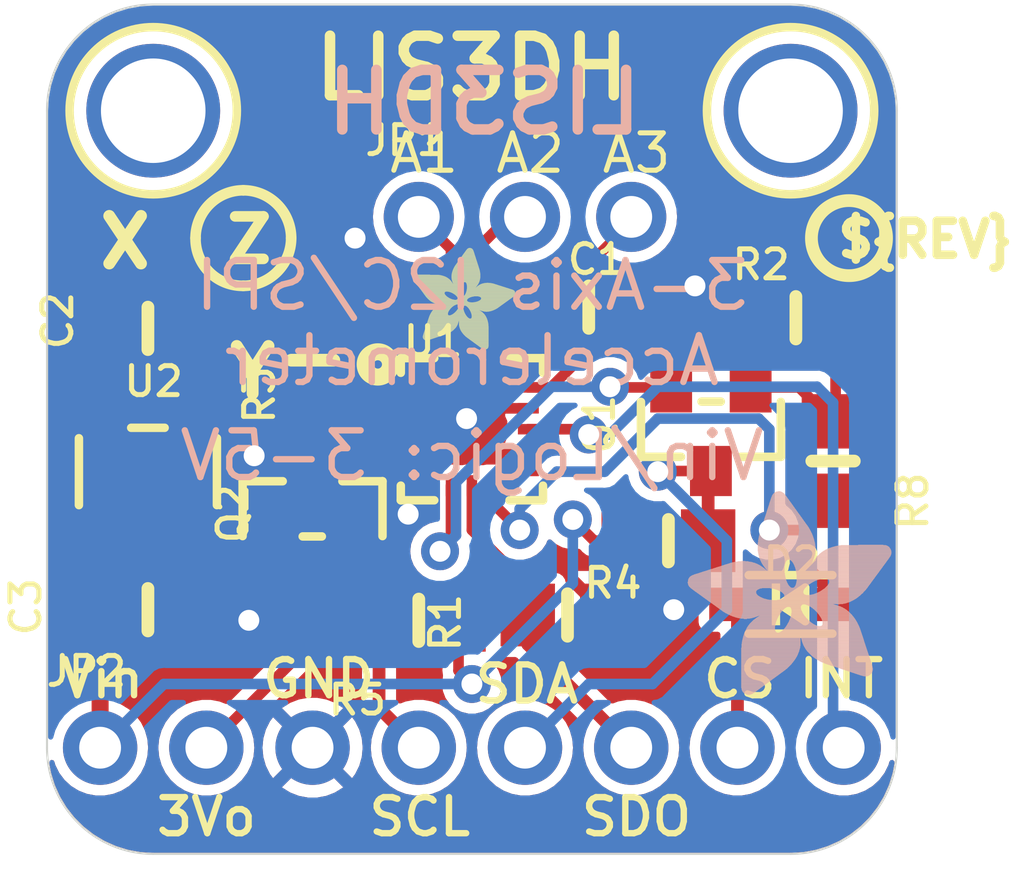
<source format=kicad_pcb>
(kicad_pcb (version 20221018) (generator pcbnew)
  (layers (0 "F.Cu" signal) (31 "B.Cu" signal) (34 "B.Paste" user) (35 "F.Paste" user) (36 "B.SilkS" user "B.Silkscreen") (37 "F.SilkS" user "F.Silkscreen") (38 "B.Mask" user) (39 "F.Mask" user) (44 "Edge.Cuts" user))
  (net 0 "")
  (net 1 "GND")
  (net 2 "3.3V")
  (net 3 "CS")
  (net 4 "VIN")
  (net 5 "SDA_3.3V")
  (net 6 "SCL_3.3V")
  (net 7 "SDA")
  (net 8 "SCL")
  (net 9 "N$2")
  (net 10 "INT1")
  (net 11 "SDO")
  (net 12 "ADC1")
  (net 13 "ADC2")
  (net 14 "ADC3")
  (footprint "working:1X03_ROUND" (layer "F.Cu") (at 149.7711 99.9236)
    (fp_text reference "JP1" (at -3.8862 -1.8288) (layer "F.SilkS") (effects (font (size 0.692831 0.692831) (thickness 0.119969)) (justify left)))
    (fp_text value "")
    (pad "1" thru_hole circle (at -2.54 0 90) (size 1.6764 1.6764) (drill 1) (layers "*.Cu" "*.Mask") (net 12 "ADC1"))
    (pad "2" thru_hole circle (at 0 0 90) (size 1.6764 1.6764) (drill 1) (layers "*.Cu" "*.Mask") (net 13 "ADC2"))
    (pad "3" thru_hole circle (at 2.54 0 90) (size 1.6764 1.6764) (drill 1) (layers "*.Cu" "*.Mask") (net 14 "ADC3"))
  )
  (footprint "working:0805-NO" (layer "F.Cu") (at 144.6911 103.3526 90)
    (fp_text reference "R3" (at -1.5875 -1.27 90) (layer "F.SilkS") (effects (font (size 0.692831 0.692831) (thickness 0.119969)) (justify left)))
    (fp_text value "10K")
    (pad "1" smd rect (at -0.95 0 90) (size 1.3 1.5) (layers "F.Cu" "F.Paste" "F.Mask") (net 6 "SCL_3.3V"))
    (pad "2" smd rect (at 0.95 0 90) (size 1.3 1.5) (layers "F.Cu" "F.Paste" "F.Mask") (net 2 "3.3V"))
  )
  (footprint "working:0805-NO" (layer "F.Cu") (at 156.2481 102.3366)
    (fp_text reference "R2" (at -1.5875 -1.27) (layer "F.SilkS") (effects (font (size 0.692831 0.692831) (thickness 0.119969)) (justify left)))
    (fp_text value "10K")
    (pad "1" smd rect (at -0.95 0) (size 1.3 1.5) (layers "F.Cu" "F.Paste" "F.Mask") (net 5 "SDA_3.3V"))
    (pad "2" smd rect (at 0.95 0) (size 1.3 1.5) (layers "F.Cu" "F.Paste" "F.Mask") (net 2 "3.3V"))
  )
  (footprint "working:0805-NO" (layer "F.Cu") (at 140.7541 102.5906)
    (fp_text reference "C2" (at -2.159 0.5715 90) (layer "F.SilkS") (effects (font (size 0.692831 0.692831) (thickness 0.119969)) (justify left)))
    (fp_text value "10µF")
    (pad "1" smd rect (at -0.95 0) (size 1.3 1.5) (layers "F.Cu" "F.Paste" "F.Mask") (net 2 "3.3V"))
    (pad "2" smd rect (at 0.95 0) (size 1.3 1.5) (layers "F.Cu" "F.Paste" "F.Mask") (net 1 "GND"))
  )
  (footprint "working:ADAFRUIT_2.5MM" (layer "F.Cu") (at 147.1041 103.0986)
    (fp_text reference "U$21" hide)
    (fp_text value "" hide)
  )
  (footprint "working:LGA16_3X3MM" (layer "F.Cu") (at 148.5011 105.0036)
    (fp_text reference "U1" (at -1.7 -2.1) (layer "F.SilkS") (effects (font (size 0.692831 0.692831) (thickness 0.119969)) (justify left)))
    (fp_text value "LIS3DHTR")
    (pad "1" smd rect (at -1.35 -1) (size 0.5 0.25) (layers "F.Cu" "F.Paste" "F.Mask") (net 2 "3.3V"))
    (pad "2" smd rect (at -1.35 -0.5) (size 0.5 0.25) (layers "F.Cu" "F.Paste" "F.Mask"))
    (pad "3" smd rect (at -1.35 0) (size 0.5 0.25) (layers "F.Cu" "F.Paste" "F.Mask"))
    (pad "4" smd rect (at -1.35 0.5) (size 0.5 0.25) (layers "F.Cu" "F.Paste" "F.Mask") (net 6 "SCL_3.3V"))
    (pad "5" smd rect (at -1.35 1) (size 0.5 0.25) (layers "F.Cu" "F.Paste" "F.Mask") (net 1 "GND"))
    (pad "6" smd rect (at -0.5 1.35 90) (size 0.5 0.25) (layers "F.Cu" "F.Paste" "F.Mask") (net 5 "SDA_3.3V"))
    (pad "7" smd rect (at 0 1.35 90) (size 0.5 0.25) (layers "F.Cu" "F.Paste" "F.Mask") (net 11 "SDO"))
    (pad "8" smd rect (at 0.5 1.35 90) (size 0.5 0.25) (layers "F.Cu" "F.Paste" "F.Mask") (net 9 "N$2"))
    (pad "9" smd rect (at 1.35 1 180) (size 0.5 0.25) (layers "F.Cu" "F.Paste" "F.Mask"))
    (pad "10" smd rect (at 1.35 0.5 180) (size 0.5 0.25) (layers "F.Cu" "F.Paste" "F.Mask") (net 1 "GND"))
    (pad "11" smd rect (at 1.35 0 180) (size 0.5 0.25) (layers "F.Cu" "F.Paste" "F.Mask") (net 10 "INT1"))
    (pad "12" smd rect (at 1.35 -0.5 180) (size 0.5 0.25) (layers "F.Cu" "F.Paste" "F.Mask") (net 1 "GND"))
    (pad "13" smd rect (at 1.35 -1 180) (size 0.5 0.25) (layers "F.Cu" "F.Paste" "F.Mask") (net 14 "ADC3"))
    (pad "14" smd rect (at 0.5 -1.35 270) (size 0.5 0.25) (layers "F.Cu" "F.Paste" "F.Mask") (net 2 "3.3V"))
    (pad "15" smd rect (at 0 -1.35 270) (size 0.5 0.25) (layers "F.Cu" "F.Paste" "F.Mask") (net 13 "ADC2"))
    (pad "16" smd rect (at -0.5 -1.35 270) (size 0.5 0.25) (layers "F.Cu" "F.Paste" "F.Mask") (net 12 "ADC1"))
  )
  (footprint "working:PCBFEAT-REV-040" (layer "F.Cu") (at 157.5181 100.4316)
    (fp_text reference "U$9" hide)
    (fp_text value "" hide)
    (fp_text user "${REV}" (at -0.3556 0.508) (layer "F.SilkS") (effects (font (size 0.8128 0.8128) (thickness 0.2032)) (justify left bottom)))
  )
  (footprint "working:MOUNTINGHOLE_2.5_PLATED" (layer "F.Cu") (at 140.8811 97.3836)
    (fp_text reference "U$10" hide)
    (fp_text value "MOUNTINGHOLE2.5" hide)
    (pad "P$1" thru_hole circle (at 0 0) (size 3.2 3.2) (drill 2.5) (layers "*.Cu" "*.Mask"))
    (zone (net 0) (net_name "") (layer "F.Cu") (connect_pads (clearance 0)) (min_thickness 0.25)
      (keepout (tracks not_allowed) (vias not_allowed) (pads not_allowed) (copperpour not_allowed) (footprints allowed))
      (fill (thermal_gap 0.5) (thermal_bridge_width 0.5))
      (polygon (pts (xy 142.8971 97.3836) (xy 142.87748 97.103027) (xy 142.819004 96.827915) (xy 142.722808 96.563619) (xy 142.590765 96.315283) (xy 142.425446 96.08774) (xy 142.230067 95.88542) (xy 142.008433 95.71226) (xy 141.764856 95.571631) (xy 141.504078 95.46627) (xy 141.231175 95.398228) (xy 140.951457 95.368828) (xy 140.670371 95.378644) (xy 140.393385 95.427484) (xy 140.125893 95.514397) (xy 139.8731 95.637693) (xy 139.639926 95.79497) (xy 139.430911 95.983169) (xy 139.250122 96.198625) (xy 139.101078 96.437145) (xy 138.98668 96.694087) (xy 138.909154 96.96445) (xy 138.870011 97.242971) (xy 138.870011 97.524229) (xy 138.909154 97.80275) (xy 138.98668 98.073113) (xy 139.101078 98.330055) (xy 139.250122 98.568575) (xy 139.430911 98.784031) (xy 139.639926 98.97223) (xy 139.8731 99.129507) (xy 140.125893 99.252803) (xy 140.393385 99.339716) (xy 140.670371 99.388556) (xy 140.951457 99.398372) (xy 141.231175 99.368972) (xy 141.504078 99.30093) (xy 141.764856 99.195569) (xy 142.008433 99.05494) (xy 142.230067 98.88178) (xy 142.425446 98.67946) (xy 142.590765 98.451917) (xy 142.722808 98.203581) (xy 142.819004 97.939285) (xy 142.87748 97.664173)))
      (polygon (pts (xy 140.8651 97.3836) (xy 140.869786 97.394914) (xy 140.8811 97.3996) (xy 140.892414 97.394914) (xy 140.8971 97.3836) (xy 140.892414 97.372286) (xy 140.8811 97.3676) (xy 140.869786 97.372286)))
    )
    (zone (net 0) (net_name "") (layer "B.Cu") (connect_pads (clearance 0)) (min_thickness 0.25)
      (keepout (tracks not_allowed) (vias not_allowed) (pads not_allowed) (copperpour not_allowed) (footprints allowed))
      (fill (thermal_gap 0.5) (thermal_bridge_width 0.5))
      (polygon (pts (xy 142.8971 97.3836) (xy 142.87748 97.103027) (xy 142.819004 96.827915) (xy 142.722808 96.563619) (xy 142.590765 96.315283) (xy 142.425446 96.08774) (xy 142.230067 95.88542) (xy 142.008433 95.71226) (xy 141.764856 95.571631) (xy 141.504078 95.46627) (xy 141.231175 95.398228) (xy 140.951457 95.368828) (xy 140.670371 95.378644) (xy 140.393385 95.427484) (xy 140.125893 95.514397) (xy 139.8731 95.637693) (xy 139.639926 95.79497) (xy 139.430911 95.983169) (xy 139.250122 96.198625) (xy 139.101078 96.437145) (xy 138.98668 96.694087) (xy 138.909154 96.96445) (xy 138.870011 97.242971) (xy 138.870011 97.524229) (xy 138.909154 97.80275) (xy 138.98668 98.073113) (xy 139.101078 98.330055) (xy 139.250122 98.568575) (xy 139.430911 98.784031) (xy 139.639926 98.97223) (xy 139.8731 99.129507) (xy 140.125893 99.252803) (xy 140.393385 99.339716) (xy 140.670371 99.388556) (xy 140.951457 99.398372) (xy 141.231175 99.368972) (xy 141.504078 99.30093) (xy 141.764856 99.195569) (xy 142.008433 99.05494) (xy 142.230067 98.88178) (xy 142.425446 98.67946) (xy 142.590765 98.451917) (xy 142.722808 98.203581) (xy 142.819004 97.939285) (xy 142.87748 97.664173)))
      (polygon (pts (xy 140.8651 97.3836) (xy 140.869786 97.394914) (xy 140.8811 97.3996) (xy 140.892414 97.394914) (xy 140.8971 97.3836) (xy 140.892414 97.372286) (xy 140.8811 97.3676) (xy 140.869786 97.372286)))
    )
  )
  (footprint "working:SOT23-WIDE" (layer "F.Cu") (at 144.6911 106.9086)
    (fp_text reference "Q2" (at -1.905 0.889 90) (layer "F.SilkS") (effects (font (size 0.692831 0.692831) (thickness 0.119969)) (justify left)))
    (fp_text value "BSS138")
    (pad "1" smd rect (at -0.95 1) (size 1 1.2) (layers "F.Cu" "F.Paste" "F.Mask") (net 2 "3.3V"))
    (pad "2" smd rect (at 0.95 1) (size 1 1.2) (layers "F.Cu" "F.Paste" "F.Mask") (net 6 "SCL_3.3V"))
    (pad "3" smd rect (at 0 -1) (size 1 1.2) (layers "F.Cu" "F.Paste" "F.Mask") (net 8 "SCL"))
  )
  (footprint "working:SOD-323" (layer "F.Cu") (at 156.1211 109.1946)
    (fp_text reference "D2" (at -0.719 -1) (layer "F.SilkS") (effects (font (size 0.692831 0.692831) (thickness 0.119969)) (justify left)))
    (fp_text value "1N4148")
    (pad "A" smd rect (at 1.27 0) (size 1.35 0.8) (layers "F.Cu" "F.Paste" "F.Mask") (net 9 "N$2"))
    (pad "C" smd rect (at -1.27 0) (size 1.35 0.8) (layers "F.Cu" "F.Paste" "F.Mask") (net 3 "CS"))
  )
  (footprint "working:0805-NO" (layer "F.Cu") (at 140.7541 109.3216)
    (fp_text reference "C3" (at -2.921 -0.8255 90) (layer "F.SilkS") (effects (font (size 0.692831 0.692831) (thickness 0.119969)) (justify right)))
    (fp_text value "10µF")
    (pad "1" smd rect (at -0.95 0) (size 1.3 1.5) (layers "F.Cu" "F.Paste" "F.Mask") (net 4 "VIN"))
    (pad "2" smd rect (at 0.95 0) (size 1.3 1.5) (layers "F.Cu" "F.Paste" "F.Mask") (net 1 "GND"))
  )
  (footprint "working:MOUNTINGHOLE_2.5_PLATED" (layer "F.Cu") (at 156.1211 97.3836)
    (fp_text reference "U$13" hide)
    (fp_text value "MOUNTINGHOLE2.5" hide)
    (pad "P$1" thru_hole circle (at 0 0) (size 3.2 3.2) (drill 2.5) (layers "*.Cu" "*.Mask"))
    (zone (net 0) (net_name "") (layer "F.Cu") (connect_pads (clearance 0)) (min_thickness 0.25)
      (keepout (tracks not_allowed) (vias not_allowed) (pads not_allowed) (copperpour not_allowed) (footprints allowed))
      (fill (thermal_gap 0.5) (thermal_bridge_width 0.5))
      (polygon (pts (xy 158.1371 97.3836) (xy 158.11748 97.103027) (xy 158.059004 96.827915) (xy 157.962808 96.563619) (xy 157.830765 96.315283) (xy 157.665446 96.08774) (xy 157.470067 95.88542) (xy 157.248433 95.71226) (xy 157.004856 95.571631) (xy 156.744078 95.46627) (xy 156.471175 95.398228) (xy 156.191457 95.368828) (xy 155.910371 95.378644) (xy 155.633385 95.427484) (xy 155.365893 95.514397) (xy 155.1131 95.637693) (xy 154.879926 95.79497) (xy 154.670911 95.983169) (xy 154.490122 96.198625) (xy 154.341078 96.437145) (xy 154.22668 96.694087) (xy 154.149154 96.96445) (xy 154.110011 97.242971) (xy 154.110011 97.524229) (xy 154.149154 97.80275) (xy 154.22668 98.073113) (xy 154.341078 98.330055) (xy 154.490122 98.568575) (xy 154.670911 98.784031) (xy 154.879926 98.97223) (xy 155.1131 99.129507) (xy 155.365893 99.252803) (xy 155.633385 99.339716) (xy 155.910371 99.388556) (xy 156.191457 99.398372) (xy 156.471175 99.368972) (xy 156.744078 99.30093) (xy 157.004856 99.195569) (xy 157.248433 99.05494) (xy 157.470067 98.88178) (xy 157.665446 98.67946) (xy 157.830765 98.451917) (xy 157.962808 98.203581) (xy 158.059004 97.939285) (xy 158.11748 97.664173)))
      (polygon (pts (xy 156.1051 97.3836) (xy 156.109786 97.394914) (xy 156.1211 97.3996) (xy 156.132414 97.394914) (xy 156.1371 97.3836) (xy 156.132414 97.372286) (xy 156.1211 97.3676) (xy 156.109786 97.372286)))
    )
    (zone (net 0) (net_name "") (layer "B.Cu") (connect_pads (clearance 0)) (min_thickness 0.25)
      (keepout (tracks not_allowed) (vias not_allowed) (pads not_allowed) (copperpour not_allowed) (footprints allowed))
      (fill (thermal_gap 0.5) (thermal_bridge_width 0.5))
      (polygon (pts (xy 158.1371 97.3836) (xy 158.11748 97.103027) (xy 158.059004 96.827915) (xy 157.962808 96.563619) (xy 157.830765 96.315283) (xy 157.665446 96.08774) (xy 157.470067 95.88542) (xy 157.248433 95.71226) (xy 157.004856 95.571631) (xy 156.744078 95.46627) (xy 156.471175 95.398228) (xy 156.191457 95.368828) (xy 155.910371 95.378644) (xy 155.633385 95.427484) (xy 155.365893 95.514397) (xy 155.1131 95.637693) (xy 154.879926 95.79497) (xy 154.670911 95.983169) (xy 154.490122 96.198625) (xy 154.341078 96.437145) (xy 154.22668 96.694087) (xy 154.149154 96.96445) (xy 154.110011 97.242971) (xy 154.110011 97.524229) (xy 154.149154 97.80275) (xy 154.22668 98.073113) (xy 154.341078 98.330055) (xy 154.490122 98.568575) (xy 154.670911 98.784031) (xy 154.879926 98.97223) (xy 155.1131 99.129507) (xy 155.365893 99.252803) (xy 155.633385 99.339716) (xy 155.910371 99.388556) (xy 156.191457 99.398372) (xy 156.471175 99.368972) (xy 156.744078 99.30093) (xy 157.004856 99.195569) (xy 157.248433 99.05494) (xy 157.470067 98.88178) (xy 157.665446 98.67946) (xy 157.830765 98.451917) (xy 157.962808 98.203581) (xy 158.059004 97.939285) (xy 158.11748 97.664173)))
      (polygon (pts (xy 156.1051 97.3836) (xy 156.109786 97.394914) (xy 156.1211 97.3996) (xy 156.132414 97.394914) (xy 156.1371 97.3836) (xy 156.132414 97.372286) (xy 156.1211 97.3676) (xy 156.109786 97.372286)))
    )
  )
  (footprint "working:0805-NO" (layer "F.Cu") (at 147.2311 109.5756)
    (fp_text reference "R5" (at -2.2225 1.905) (layer "F.SilkS") (effects (font (size 0.692831 0.692831) (thickness 0.119969)) (justify left)))
    (fp_text value "10K")
    (pad "1" smd rect (at -0.95 0) (size 1.3 1.5) (layers "F.Cu" "F.Paste" "F.Mask") (net 8 "SCL"))
    (pad "2" smd rect (at 0.95 0) (size 1.3 1.5) (layers "F.Cu" "F.Paste" "F.Mask") (net 4 "VIN"))
  )
  (footprint "working:SOT23-5" (layer "F.Cu") (at 140.7541 106.0196)
    (fp_text reference "U2" (at -0.635 -2.159) (layer "F.SilkS") (effects (font (size 0.692831 0.692831) (thickness 0.119969)) (justify left)))
    (fp_text value "MIC5225-3.3")
    (pad "1" smd rect (at -0.95 1.3001) (size 0.55 1.2) (layers "F.Cu" "F.Paste" "F.Mask") (net 4 "VIN"))
    (pad "2" smd rect (at 0 1.3001) (size 0.55 1.2) (layers "F.Cu" "F.Paste" "F.Mask") (net 1 "GND"))
    (pad "3" smd rect (at 0.95 1.3001) (size 0.55 1.2) (layers "F.Cu" "F.Paste" "F.Mask") (net 4 "VIN"))
    (pad "4" smd rect (at 0.95 -1.3001) (size 0.55 1.2) (layers "F.Cu" "F.Paste" "F.Mask"))
    (pad "5" smd rect (at -0.95 -1.3001) (size 0.55 1.2) (layers "F.Cu" "F.Paste" "F.Mask") (net 2 "3.3V"))
  )
  (footprint "working:SOT23-WIDE" (layer "F.Cu") (at 154.2161 105.0036 180)
    (fp_text reference "Q1" (at 2.667 0.889 90) (layer "F.SilkS") (effects (font (size 0.692831 0.692831) (thickness 0.119969)) (justify right)))
    (fp_text value "BSS138")
    (pad "1" smd rect (at -0.95 1 180) (size 1 1.2) (layers "F.Cu" "F.Paste" "F.Mask") (net 2 "3.3V"))
    (pad "2" smd rect (at 0.95 1 180) (size 1 1.2) (layers "F.Cu" "F.Paste" "F.Mask") (net 5 "SDA_3.3V"))
    (pad "3" smd rect (at 0 -1 180) (size 1 1.2) (layers "F.Cu" "F.Paste" "F.Mask") (net 7 "SDA"))
  )
  (footprint "working:FIDUCIAL_1MM" (layer "F.Cu") (at 156.1211 114.1476)
    (fp_text reference "FID2" hide)
    (fp_text value "FIDUCIAL\"\"" hide)
    (pad "1" smd roundrect (at 0 0) (size 1 1) (layers "F.Cu" "F.Mask") (roundrect_rratio 0.5))
  )
  (footprint "working:0805_10MGAP" (layer "F.Cu") (at 151.2951 102.0826)
    (fp_text reference "C1" (at -0.5715 -1.143) (layer "F.SilkS") (effects (font (size 0.692831 0.692831) (thickness 0.119969)) (justify left)))
    (fp_text value "0.1uF")
    (pad "1" smd rect (at -1.05 0) (size 1.2 1.5) (layers "F.Cu" "F.Paste" "F.Mask") (net 2 "3.3V"))
    (pad "2" smd rect (at 1.05 0) (size 1.2 1.5) (layers "F.Cu" "F.Paste" "F.Mask") (net 1 "GND"))
  )
  (footprint "working:0805-NO" (layer "F.Cu") (at 150.7871 109.4486 180)
    (fp_text reference "R1" (at 2.921 0.5715 90) (layer "F.SilkS") (effects (font (size 0.692831 0.692831) (thickness 0.119969)) (justify right)))
    (fp_text value "10K")
    (pad "1" smd rect (at -0.95 0 180) (size 1.3 1.5) (layers "F.Cu" "F.Paste" "F.Mask") (net 1 "GND"))
    (pad "2" smd rect (at 0.95 0 180) (size 1.3 1.5) (layers "F.Cu" "F.Paste" "F.Mask") (net 11 "SDO"))
  )
  (footprint "working:0805-NO" (layer "F.Cu") (at 153.2001 107.6706 180)
    (fp_text reference "R4" (at 0.5715 -1.016) (layer "F.SilkS") (effects (font (size 0.692831 0.692831) (thickness 0.119969)) (justify right)))
    (fp_text value "10K")
    (pad "1" smd rect (at -0.95 0 180) (size 1.3 1.5) (layers "F.Cu" "F.Paste" "F.Mask") (net 7 "SDA"))
    (pad "2" smd rect (at 0.95 0 180) (size 1.3 1.5) (layers "F.Cu" "F.Paste" "F.Mask") (net 4 "VIN"))
  )
  (footprint "working:1X08_ROUND_70" (layer "F.Cu") (at 148.5011 112.6236)
    (fp_text reference "JP2" (at -10.2362 -1.8288) (layer "F.SilkS") (effects (font (size 0.692831 0.692831) (thickness 0.119969)) (justify left)))
    (fp_text value "")
    (pad "1" thru_hole circle (at -8.89 0 90) (size 1.778 1.778) (drill 1) (layers "*.Cu" "*.Mask") (net 4 "VIN"))
    (pad "2" thru_hole circle (at -6.35 0 90) (size 1.778 1.778) (drill 1) (layers "*.Cu" "*.Mask") (net 2 "3.3V"))
    (pad "3" thru_hole circle (at -3.81 0 90) (size 1.778 1.778) (drill 1) (layers "*.Cu" "*.Mask") (net 1 "GND"))
    (pad "4" thru_hole circle (at -1.27 0 90) (size 1.778 1.778) (drill 1) (layers "*.Cu" "*.Mask") (net 8 "SCL"))
    (pad "5" thru_hole circle (at 1.27 0 90) (size 1.778 1.778) (drill 1) (layers "*.Cu" "*.Mask") (net 7 "SDA"))
    (pad "6" thru_hole circle (at 3.81 0 90) (size 1.778 1.778) (drill 1) (layers "*.Cu" "*.Mask") (net 11 "SDO"))
    (pad "7" thru_hole circle (at 6.35 0 90) (size 1.778 1.778) (drill 1) (layers "*.Cu" "*.Mask") (net 3 "CS"))
    (pad "8" thru_hole circle (at 8.89 0 90) (size 1.778 1.778) (drill 1) (layers "*.Cu" "*.Mask") (net 10 "INT1"))
  )
  (footprint "working:0805-NO" (layer "F.Cu") (at 157.1371 105.7656 90)
    (fp_text reference "R8" (at -1.7145 1.905 90) (layer "F.SilkS") (effects (font (size 0.692831 0.692831) (thickness 0.119969)) (justify left)))
    (fp_text value "10K")
    (pad "1" smd rect (at -0.95 0 90) (size 1.3 1.5) (layers "F.Cu" "F.Paste" "F.Mask") (net 9 "N$2"))
    (pad "2" smd rect (at 0.95 0 90) (size 1.3 1.5) (layers "F.Cu" "F.Paste" "F.Mask") (net 2 "3.3V"))
  )
  (footprint "working:FIDUCIAL_1MM" (layer "F.Cu") (at 144.0721 98.2886)
    (fp_text reference "FID1" hide)
    (fp_text value "FIDUCIAL\"\"" hide)
    (pad "1" smd roundrect (at 0 0) (size 1 1) (layers "F.Cu" "F.Mask") (roundrect_rratio 0.5))
  )
  (footprint "working:ADAFRUIT_5MM" (layer "B.Cu") (at 158.5341 111.3536 180)
    (fp_text reference "U$22" hide)
    (fp_text value "" hide)
  )
  (gr_arc (start 143.0361 99.2876) (mid 143.844323 99.622377) (end 144.1791 100.4306) (stroke (width 0.254)) (layer "F.SilkS"))
  (gr_arc (start 141.8931 100.4306) (mid 142.227877 99.622377) (end 143.0361 99.2876) (stroke (width 0.254)) (layer "F.SilkS"))
  (gr_arc (start 143.0361 101.5736) (mid 142.222013 101.244687) (end 141.8931 100.4306) (stroke (width 0.254)) (layer "F.SilkS"))
  (gr_arc (start 144.1791 100.4306) (mid 143.844323 101.238823) (end 143.0361 101.5736) (stroke (width 0.254)) (layer "F.SilkS"))
  (gr_arc (start 158.6611 112.6236) (mid 157.917151 114.419651) (end 156.1211 115.1636) (stroke (width 0.05)) (layer "Edge.Cuts"))
  (gr_arc (start 138.3411 97.3836) (mid 139.085049 95.587549) (end 140.8811 94.8436) (stroke (width 0.05)) (layer "Edge.Cuts"))
  (gr_arc (start 156.1211 94.8436) (mid 157.917151 95.587549) (end 158.6611 97.3836) (stroke (width 0.05)) (layer "Edge.Cuts"))
  (gr_line (start 156.1211 94.8436) (end 140.8811 94.8436) (stroke (width 0.05)) (layer "Edge.Cuts"))
  (gr_line (start 138.3411 97.3836) (end 138.3411 112.6236) (stroke (width 0.05)) (layer "Edge.Cuts"))
  (gr_line (start 140.8811 115.1636) (end 156.1211 115.1636) (stroke (width 0.05)) (layer "Edge.Cuts"))
  (gr_arc (start 140.8811 115.1636) (mid 139.085049 114.419651) (end 138.3411 112.6236) (stroke (width 0.05)) (layer "Edge.Cuts"))
  (gr_line (start 158.6611 112.6236) (end 158.6611 97.3836) (stroke (width 0.05)) (layer "Edge.Cuts"))
  (gr_text "Vin/Logic: 3-5V" (at 148.5011 105.6386) (layer "B.SilkS") (effects (font (size 1.1176 1.1176) (thickness 0.1524)) (justify mirror)))
  (gr_text "3-Axis I2C/SPI\nAccelerometer" (at 148.5011 102.4636) (layer "B.SilkS") (effects (font (size 1.1176 1.1176) (thickness 0.1524)) (justify mirror)))
  (gr_text "LIS3DH" (at 152.6921 98.0186) (layer "B.SilkS") (effects (font (size 1.42494 1.42494) (thickness 0.25146)) (justify left bottom mirror)))
  (gr_text "Vin" (at 138.5951 111.4806) (layer "F.SilkS") (effects (font (size 0.8636 0.8636) (thickness 0.1524)) (justify left bottom)))
  (gr_text "INT" (at 156.2481 111.4806) (layer "F.SilkS") (effects (font (size 0.8636 0.8636) (thickness 0.1524)) (justify left bottom)))
  (gr_text "X" (at 139.4801 101.1926) (layer "F.SilkS") (effects (font (size 1.13792 1.13792) (thickness 0.28448)) (justify left bottom)))
  (gr_text "GND" (at 143.4211 111.4806) (layer "F.SilkS") (effects (font (size 0.8636 0.8636) (thickness 0.1524)) (justify left bottom)))
  (gr_text "LIS3DH" (at 148.5011 96.3676) (layer "F.SilkS") (effects (font (size 1.42494 1.42494) (thickness 0.25146))))
  (gr_text "A1" (at 147.3581 98.3996) (layer "F.SilkS") (effects (font (size 0.89408 0.89408) (thickness 0.12192))))
  (gr_text "SDO" (at 151.0411 114.7826) (layer "F.SilkS") (effects (font (size 0.8636 0.8636) (thickness 0.1524)) (justify left bottom)))
  (gr_text "CS" (at 153.9621 111.4806) (layer "F.SilkS") (effects (font (size 0.8636 0.8636) (thickness 0.1524)) (justify left bottom)))
  (gr_text "Z" (at 142.5281 101.0656) (layer "F.SilkS") (effects (font (size 1.016 1.016) (thickness 0.254)) (justify left bottom)))
  (gr_text "SDA" (at 148.5011 111.6076) (layer "F.SilkS") (effects (font (size 0.8636 0.8636) (thickness 0.1524)) (justify left bottom)))
  (gr_text "A3" (at 152.4381 98.3996) (layer "F.SilkS") (effects (font (size 0.89408 0.89408) (thickness 0.12192))))
  (gr_text "SCL" (at 145.9611 114.7826) (layer "F.SilkS") (effects (font (size 0.8636 0.8636) (thickness 0.1524)) (justify left bottom)))
  (gr_text "A2" (at 149.8981 98.3996) (layer "F.SilkS") (effects (font (size 0.89408 0.89408) (thickness 0.12192))))
  (gr_text "3Vo" (at 140.8811 114.7826) (layer "F.SilkS") (effects (font (size 0.8636 0.8636) (thickness 0.1524)) (justify left bottom)))
  (gr_text "Y" (at 143.9331 102.9726) (layer "F.SilkS") (effects (font (size 1.13792 1.13792) (thickness 0.28448)) (justify right top)))
  (segment (start 140.7541 107.3197) (end 140.7541 108.0516) (width 0.4064) (layer "F.Cu") (net 1))
  (segment (start 141.7041 109.0016) (end 141.7041 109.3216) (width 0.4064) (layer "F.Cu") (net 1))
  (segment (start 149.2551 105.5036) (end 149.1361 105.3846) (width 0.254) (layer "F.Cu") (net 1))
  (segment (start 149.8511 104.5036) (end 148.6201 104.5036) (width 0.254) (layer "F.Cu") (net 1))
  (segment (start 149.1281 105.5036) (end 148.3741 104.7496) (width 0.254) (layer "F.Cu") (net 1))
  (segment (start 149.8511 105.5036) (end 149.1281 105.5036) (width 0.254) (layer "F.Cu") (net 1))
  (segment (start 149.1361 105.3846) (end 149.1361 104.6226) (width 0.254) (layer "F.Cu") (net 1))
  (segment (start 148.6201 104.5036) (end 148.3741 104.7496) (width 0.254) (layer "F.Cu") (net 1))
  (segment (start 149.1361 104.6226) (end 149.2631 104.4956) (width 0.254) (layer "F.Cu") (net 1))
  (segment (start 140.7541 108.0516) (end 141.7041 109.0016) (width 0.4064) (layer "F.Cu") (net 1))
  (via (at 143.1671 109.5756) (size 0.9064) (drill 0.5) (layers "F.Cu" "B.Cu") (net 1))
  (via (at 146.9771 107.0356) (size 0.9064) (drill 0.5) (layers "F.Cu" "B.Cu") (net 1))
  (via (at 153.8351 101.5746) (size 0.9064) (drill 0.5) (layers "F.Cu" "B.Cu") (net 1))
  (via (at 145.7071 100.4316) (size 0.9064) (drill 0.5) (layers "F.Cu" "B.Cu") (net 1))
  (via (at 143.2941 105.6386) (size 0.9064) (drill 0.5) (layers "F.Cu" "B.Cu") (net 1))
  (via (at 153.3271 109.3216) (size 0.9064) (drill 0.5) (layers "F.Cu" "B.Cu") (net 1))
  (via (at 148.3741 104.7496) (size 0.9064) (drill 0.5) (layers "F.Cu" "B.Cu") (net 1))
  (segment (start 142.4051 106.5726) (end 143.7411 107.9086) (width 0.254) (layer "F.Cu") (net 2))
  (segment (start 150.2451 101.3546) (end 151.0411 100.5586) (width 0.254) (layer "F.Cu") (net 2))
  (segment (start 151.0411 100.5586) (end 151.0411 98.9076) (width 0.254) (layer "F.Cu") (net 2))
  (segment (start 146.2811 102.4026) (end 147.1511 103.2726) (width 0.254) (layer "F.Cu") (net 2))
  (segment (start 156.2481 101.1936) (end 157.1371 102.0826) (width 0.254) (layer "F.Cu") (net 2))
  (segment (start 139.8041 102.5906) (end 139.8041 101.7626) (width 0.4064) (layer "F.Cu") (net 2))
  (segment (start 150.6601 98.5266) (end 145.7071 98.5266) (width 0.254) (layer "F.Cu") (net 2))
  (segment (start 147.1511 103.2726) (end 147.1511 104.0036) (width 0.254) (layer "F.Cu") (net 2))
  (segment (start 143.6091 100.6246) (end 143.6091 101.3206) (width 0.254) (layer "F.Cu") (net 2))
  (segment (start 157.1981 104.7546) (end 157.1371 104.8156) (width 0.254) (layer "F.Cu") (net 2))
  (segment (start 139.8041 104.7195) (end 139.8041 103.7336) (width 0.4064) (layer "F.Cu") (net 2))
  (segment (start 144.3101 110.4646) (end 142.1511 112.6236) (width 0.254) (layer "F.Cu") (net 2))
  (segment (start 155.4861 101.1936) (end 156.2481 101.1936) (width 0.254) (layer "F.Cu") (net 2))
  (segment (start 155.1661 104.0036) (end 156.3251 104.0036) (width 0.254) (layer "F.Cu") (net 2))
  (segment (start 142.4051 103.9876) (end 142.4051 106.5726) (width 0.254) (layer "F.Cu") (net 2))
  (segment (start 151.0411 98.9076) (end 150.6601 98.5266) (width 0.254) (layer "F.Cu") (net 2))
  (segment (start 144.6911 102.4026) (end 146.2811 102.4026) (width 0.254) (layer "F.Cu") (net 2))
  (segment (start 157.1371 102.2756) (end 157.1981 102.3366) (width 0.254) (layer "F.Cu") (net 2))
  (segment (start 152.8191 98.5266) (end 155.4861 101.1936) (width 0.254) (layer "F.Cu") (net 2))
  (segment (start 142.1511 103.7336) (end 139.8041 103.7336) (width 0.254) (layer "F.Cu") (net 2))
  (segment (start 149.0011 103.1726) (end 150.0911 102.0826) (width 0.254) (layer "F.Cu") (net 2))
  (segment (start 143.7411 108.6256) (end 143.7411 107.9086) (width 0.254) (layer "F.Cu") (net 2))
  (segment (start 145.7071 98.5266) (end 143.6091 100.6246) (width 0.254) (layer "F.Cu") (net 2))
  (segment (start 157.1981 102.3366) (end 157.1981 104.7546) (width 0.254) (layer "F.Cu") (net 2))
  (segment (start 142.4051 103.9876) (end 142.1511 103.7336) (width 0.254) (layer "F.Cu") (net 2))
  (segment (start 139.8041 103.7336) (end 139.8041 102.5906) (width 0.4064) (layer "F.Cu") (net 2))
  (segment (start 156.3251 104.0036) (end 157.1371 104.8156) (width 0.254) (layer "F.Cu") (net 2))
  (segment (start 139.8041 101.7626) (end 140.2461 101.3206) (width 0.4064) (layer "F.Cu") (net 2))
  (segment (start 150.2451 102.0826) (end 150.2451 101.3546) (width 0.254) (layer "F.Cu") (net 2))
  (segment (start 143.6091 101.3206) (end 144.6911 102.4026) (width 0.4064) (layer "F.Cu") (net 2))
  (segment (start 144.3101 110.4646) (end 144.3101 109.1946) (width 0.254) (layer "F.Cu") (net 2))
  (segment (start 150.6601 98.5266) (end 152.8191 98.5266) (width 0.254) (layer "F.Cu") (net 2))
  (segment (start 140.2461 101.3206) (end 143.6091 101.3206) (width 0.4064) (layer "F.Cu") (net 2))
  (segment (start 150.0911 102.0826) (end 150.2451 102.0826) (width 0.254) (layer "F.Cu") (net 2))
  (segment (start 149.0011 103.1726) (end 149.0011 103.6536) (width 0.254) (layer "F.Cu") (net 2))
  (segment (start 157.1371 102.0826) (end 157.1371 102.2756) (width 0.254) (layer "F.Cu") (net 2))
  (segment (start 144.3101 109.1946) (end 143.7411 108.6256) (width 0.254) (layer "F.Cu") (net 2))
  (segment (start 154.8511 109.1946) (end 154.8511 112.6236) (width 0.3048) (layer "F.Cu") (net 3))
  (segment (start 139.8041 106.0196) (end 139.8041 107.3197) (width 0.4064) (layer "F.Cu") (net 4))
  (segment (start 139.8041 109.3216) (end 139.8041 107.3197) (width 0.4064) (layer "F.Cu") (net 4))
  (segment (start 139.6111 112.6236) (end 139.6111 109.5146) (width 0.4064) (layer "F.Cu") (net 4))
  (segment (start 148.1811 110.7796) (end 148.5011 111.0996) (width 0.254) (layer "F.Cu") (net 4))
  (segment (start 148.1811 109.5756) (end 148.1811 110.7796) (width 0.254) (layer "F.Cu") (net 4))
  (segment (start 152.2501 107.6706) (end 151.4221 107.6706) (width 0.254) (layer "F.Cu") (net 4))
  (segment (start 151.4221 107.6706) (end 150.9141 107.1626) (width 0.254) (layer "F.Cu") (net 4))
  (segment (start 141.7041 107.3197) (end 141.7041 106.0196) (width 0.4064) (layer "F.Cu") (net 4))
  (segment (start 141.7041 106.0196) (end 139.8041 106.0196) (width 0.4064) (layer "F.Cu") (net 4))
  (segment (start 139.6111 109.5146) (end 139.8041 109.3216) (width 0.4064) (layer "F.Cu") (net 4))
  (via (at 148.5011 111.0996) (size 0.9064) (drill 0.5) (layers "F.Cu" "B.Cu") (net 4))
  (via (at 150.9141 107.1626) (size 0.9064) (drill 0.5) (layers "F.Cu" "B.Cu") (net 4))
  (segment (start 141.1351 111.0996) (end 139.6111 112.6236) (width 0.254) (layer "B.Cu") (net 4))
  (segment (start 150.9141 107.1626) (end 150.9141 108.6866) (width 0.254) (layer "B.Cu") (net 4))
  (segment (start 148.5011 111.0996) (end 141.1351 111.0996) (width 0.254) (layer "B.Cu") (net 4))
  (segment (start 150.9141 108.6866) (end 148.5011 111.0996) (width 0.254) (layer "B.Cu") (net 4))
  (segment (start 154.3431 102.3366) (end 153.2661 103.4136) (width 0.254) (layer "F.Cu") (net 5))
  (segment (start 151.8191 104.0036) (end 153.2661 104.0036) (width 0.254) (layer "F.Cu") (net 5))
  (segment (start 148.0011 107.6626) (end 147.7391 107.9246) (width 0.254) (layer "F.Cu") (net 5))
  (segment (start 153.2661 103.4136) (end 153.2661 104.0036) (width 0.254) (layer "F.Cu") (net 5))
  (segment (start 151.8191 104.0036) (end 151.8031 103.9876) (width 0.254) (layer "F.Cu") (net 5))
  (segment (start 154.3431 102.3366) (end 155.2981 102.3366) (width 0.254) (layer "F.Cu") (net 5))
  (segment (start 148.0011 106.3536) (end 148.0011 107.6626) (width 0.254) (layer "F.Cu") (net 5))
  (via (at 151.8031 103.9876) (size 0.9064) (drill 0.5) (layers "F.Cu" "B.Cu") (net 5))
  (via (at 147.7391 107.9246) (size 0.9064) (drill 0.5) (layers "F.Cu" "B.Cu") (net 5))
  (segment (start 147.7391 107.9246) (end 148.1201 107.5436) (width 0.254) (layer "B.Cu") (net 5))
  (segment (start 148.1201 106.2736) (end 150.4061 103.9876) (width 0.254) (layer "B.Cu") (net 5))
  (segment (start 148.1201 107.5436) (end 148.1201 106.2736) (width 0.254) (layer "B.Cu") (net 5))
  (segment (start 150.4061 103.9876) (end 151.8031 103.9876) (width 0.254) (layer "B.Cu") (net 5))
  (segment (start 145.6411 106.1356) (end 145.6411 107.9086) (width 0.254) (layer "F.Cu") (net 6))
  (segment (start 146.2731 105.5036) (end 147.1511 105.5036) (width 0.254) (layer "F.Cu") (net 6))
  (segment (start 146.2731 105.5036) (end 145.6411 106.1356) (width 0.254) (layer "F.Cu") (net 6))
  (segment (start 146.2731 105.5036) (end 145.0721 104.3026) (width 0.254) (layer "F.Cu") (net 6))
  (segment (start 145.0721 104.3026) (end 144.6911 104.3026) (width 0.254) (layer "F.Cu") (net 6))
  (segment (start 152.9621 106.0036) (end 152.9461 106.0196) (width 0.254) (layer "F.Cu") (net 7))
  (segment (start 154.2161 106.0036) (end 152.9621 106.0036) (width 0.254) (layer "F.Cu") (net 7))
  (segment (start 154.1501 106.3186) (end 154.1501 107.6706) (width 0.3048) (layer "F.Cu") (net 7))
  (segment (start 154.1501 106.3186) (end 154.1501 106.0696) (width 0.254) (layer "F.Cu") (net 7))
  (segment (start 154.1501 106.0696) (end 154.2161 106.0036) (width 0.254) (layer "F.Cu") (net 7))
  (via (at 152.9461 106.0196) (size 0.9064) (drill 0.5) (layers "F.Cu" "B.Cu") (net 7))
  (segment (start 149.7711 112.6236) (end 151.2951 111.0996) (width 0.254) (layer "B.Cu") (net 7))
  (segment (start 152.8191 111.0996) (end 154.5971 109.3216) (width 0.254) (layer "B.Cu") (net 7))
  (segment (start 151.2951 111.0996) (end 152.8191 111.0996) (width 0.254) (layer "B.Cu") (net 7))
  (segment (start 154.5971 107.6706) (end 152.9461 106.0196) (width 0.254) (layer "B.Cu") (net 7))
  (segment (start 154.5971 109.3216) (end 154.5971 107.6706) (width 0.254) (layer "B.Cu") (net 7))
  (segment (start 144.6911 105.9086) (end 144.6911 108.6866) (width 0.254) (layer "F.Cu") (net 8))
  (segment (start 146.2811 111.6736) (end 147.2311 112.6236) (width 0.3048) (layer "F.Cu") (net 8))
  (segment (start 145.5801 109.5756) (end 146.2811 109.5756) (width 0.254) (layer "F.Cu") (net 8))
  (segment (start 146.2811 109.5756) (end 146.2811 111.6736) (width 0.3048) (layer "F.Cu") (net 8))
  (segment (start 146.1541 109.5756) (end 146.2811 109.5756) (width 0.3048) (layer "F.Cu") (net 8))
  (segment (start 144.6911 108.6866) (end 145.5801 109.5756) (width 0.254) (layer "F.Cu") (net 8))
  (segment (start 149.0011 106.3536) (end 149.0011 106.7736) (width 0.254) (layer "F.Cu") (net 9))
  (segment (start 156.5021 107.3506) (end 157.1371 106.7156) (width 0.3048) (layer "F.Cu") (net 9))
  (segment (start 156.5021 108.3056) (end 156.5021 107.4166) (width 0.3048) (layer "F.Cu") (net 9))
  (segment (start 155.6131 107.4166) (end 156.5021 107.4166) (width 0.254) (layer "F.Cu") (net 9))
  (segment (start 156.5021 107.4166) (end 156.5021 107.3506) (width 0.3048) (layer "F.Cu") (net 9))
  (segment (start 157.3911 109.1946) (end 156.5021 108.3056) (width 0.3048) (layer "F.Cu") (net 9))
  (segment (start 149.0011 106.7736) (end 149.6441 107.4166) (width 0.254) (layer "F.Cu") (net 9))
  (via (at 149.6441 107.4166) (size 0.9064) (drill 0.5) (layers "F.Cu" "B.Cu") (net 9))
  (via (at 155.6131 107.4166) (size 0.9064) (drill 0.5) (layers "F.Cu" "B.Cu") (net 9))
  (segment (start 155.6131 105.0036) (end 155.6131 107.4166) (width 0.254) (layer "B.Cu") (net 9))
  (segment (start 149.6441 106.9086) (end 149.6441 107.4166) (width 0.254) (layer "B.Cu") (net 9))
  (segment (start 150.5331 106.0196) (end 149.6441 106.9086) (width 0.254) (layer "B.Cu") (net 9))
  (segment (start 151.6761 106.0196) (end 150.5331 106.0196) (width 0.254) (layer "B.Cu") (net 9))
  (segment (start 152.9461 104.7496) (end 151.6761 106.0196) (width 0.254) (layer "B.Cu") (net 9))
  (segment (start 152.9461 104.7496) (end 155.3591 104.7496) (width 0.254) (layer "B.Cu") (net 9))
  (segment (start 155.3591 104.7496) (end 155.6131 105.0036) (width 0.254) (layer "B.Cu") (net 9))
  (segment (start 149.8511 105.0036) (end 151.1681 105.0036) (width 0.254) (layer "F.Cu") (net 10))
  (segment (start 151.1681 105.0036) (end 151.2951 105.1306) (width 0.254) (layer "F.Cu") (net 10))
  (via (at 151.2951 105.1306) (size 0.9064) (drill 0.5) (layers "F.Cu" "B.Cu") (net 10))
  (segment (start 157.1371 104.3686) (end 157.1371 112.3696) (width 0.254) (layer "B.Cu") (net 10))
  (segment (start 156.7561 103.9876) (end 157.1371 104.3686) (width 0.254) (layer "B.Cu") (net 10))
  (segment (start 151.2951 105.1306) (end 151.8031 105.1306) (width 0.254) (layer "B.Cu") (net 10))
  (segment (start 157.1371 112.3696) (end 157.3911 112.6236) (width 0.254) (layer "B.Cu") (net 10))
  (segment (start 152.9461 103.9876) (end 156.7561 103.9876) (width 0.254) (layer "B.Cu") (net 10))
  (segment (start 151.8031 105.1306) (end 152.9461 103.9876) (width 0.254) (layer "B.Cu") (net 10))
  (segment (start 149.8371 109.4486) (end 149.8371 110.1496) (width 0.3048) (layer "F.Cu") (net 11))
  (segment (start 148.5011 107.4166) (end 149.6441 108.5596) (width 0.254) (layer "F.Cu") (net 11))
  (segment (start 149.6441 109.2556) (end 149.8371 109.4486) (width 0.3048) (layer "F.Cu") (net 11))
  (segment (start 149.6441 108.5596) (end 149.6441 109.2556) (width 0.254) (layer "F.Cu") (net 11))
  (segment (start 149.8371 110.1496) (end 152.3111 112.6236) (width 0.3048) (layer "F.Cu") (net 11))
  (segment (start 148.5011 106.3536) (end 148.5011 107.4166) (width 0.254) (layer "F.Cu") (net 11))
  (segment (start 148.0011 103.6536) (end 148.0011 100.6936) (width 0.254) (layer "F.Cu") (net 12))
  (segment (start 148.0011 100.6936) (end 147.2311 99.9236) (width 0.254) (layer "F.Cu") (net 12))
  (segment (start 148.5011 103.6536) (end 148.5011 100.8126) (width 0.254) (layer "F.Cu") (net 13))
  (segment (start 149.1361 100.1776) (end 149.5171 100.1776) (width 0.254) (layer "F.Cu") (net 13))
  (segment (start 149.5171 100.1776) (end 149.7711 99.9236) (width 0.254) (layer "F.Cu") (net 13))
  (segment (start 148.5011 100.8126) (end 149.1361 100.1776) (width 0.254) (layer "F.Cu") (net 13))
  (segment (start 150.3901 104.0036) (end 151.2951 103.0986) (width 0.254) (layer "F.Cu") (net 14))
  (segment (start 149.8511 104.0036) (end 150.3901 104.0036) (width 0.254) (layer "F.Cu") (net 14))
  (segment (start 152.3111 100.0506) (end 152.3111 99.9236) (width 0.254) (layer "F.Cu") (net 14))
  (segment (start 151.2951 101.0666) (end 152.3111 100.0506) (width 0.254) (layer "F.Cu") (net 14))
  (segment (start 151.2951 103.0986) (end 151.2951 101.0666) (width 0.254) (layer "F.Cu") (net 14))
  (zone (net 1) (net_name "GND") (layer "F.Cu") (priority 6) (connect_pads (clearance 0.254)) (min_thickness 0.127) (fill yes (thermal_gap 0.304) (thermal_bridge_width 0.304))
    (polygon (pts (xy 158.8951 115.4176) (xy 137.959308 115.4176) (xy 138.087887 94.7346) (xy 158.8951 94.7346)))
  )
  (zone (net 1) (net_name "GND") (layer "B.Cu") (priority 6) (connect_pads (clearance 0.254)) (min_thickness 0.127) (fill yes (thermal_gap 0.304) (thermal_bridge_width 0.304))
    (polygon (pts (xy 159.0221 115.4176) (xy 138.086308 115.4176) (xy 138.214887 94.7346) (xy 159.0221 94.7346)))
  )
)
</source>
